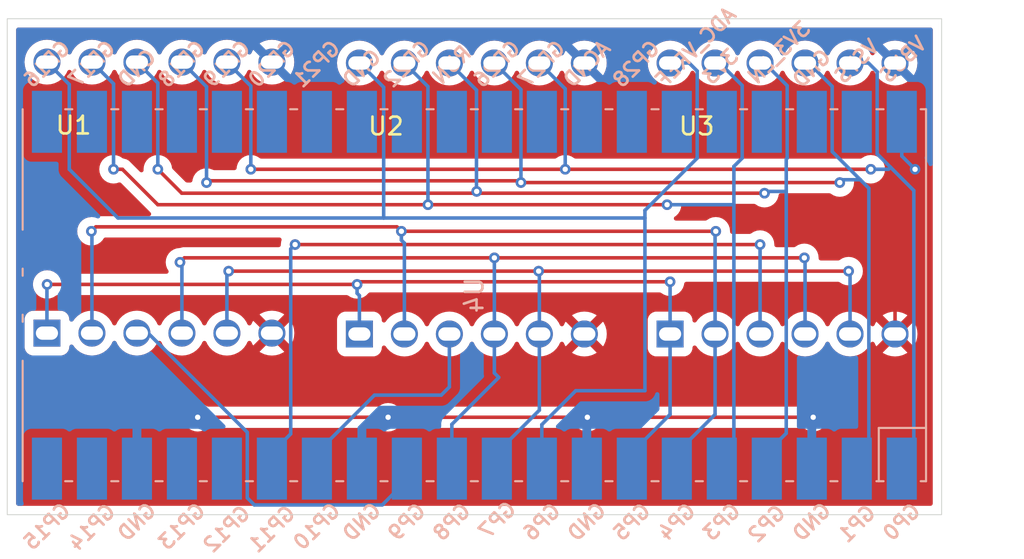
<source format=kicad_pcb>
(kicad_pcb (version 20240108) (generator "pcbnew") (generator_version "8.0")
  (layers (0 "F.Cu" signal) (31 "B.Cu" signal) (34 "B.Paste" user) (35 "F.Paste" user) (36 "B.SilkS" user "B.Silkscreen") (37 "F.SilkS" user "F.Silkscreen") (38 "B.Mask" user) (39 "F.Mask" user) (44 "Edge.Cuts" user))
  (net 0 "")
  (net 1 "GND")
  (net 2 "VCC")
  (net 3 "/D6")
  (net 4 "/D4")
  (net 5 "/D3")
  (net 6 "/A0")
  (net 7 "/WR0")
  (net 8 "/D1")
  (net 9 "/A1")
  (net 10 "/D5")
  (net 11 "/D2")
  (net 12 "/D0")
  (net 13 "/WR1")
  (net 14 "/WR2")
  (footprint "DL1414:HPDLDL-1414" (layer "F.Cu") (at 131.34 90.25)
    (property "Reference" "U1" (at 3.9 -11.73 0) (layer "F.SilkS"))
    (property "Value" "HPDL1414")
    (pad "1" thru_hole rect (at 2.4 0) (size 1.524 1.524) (drill oval 1.25 0.75) (layers "*.Cu" "*.Mask") (net 10 "/D5"))
    (pad "2" thru_hole circle (at 4.94 0) (size 1.524 1.524) (drill oval 1.25 0.75) (layers "*.Cu" "*.Mask") (net 4 "/D4"))
    (pad "3" thru_hole circle (at 7.48 0) (size 1.524 1.524) (drill oval 1.25 0.75) (layers "*.Cu" "*.Mask") (net 7 "/WR0"))
    (pad "4" thru_hole circle (at 10.02 0) (size 1.524 1.524) (drill oval 1.25 0.75) (layers "*.Cu" "*.Mask") (net 9 "/A1"))
    (pad "5" thru_hole circle (at 12.56 0) (size 1.524 1.524) (drill oval 1.25 0.75) (layers "*.Cu" "*.Mask") (net 6 "/A0"))
    (pad "6" thru_hole circle (at 15.1 0) (size 1.524 1.524) (drill oval 1.25 0.75) (layers "*.Cu" "*.Mask") (net 2 "VCC"))
    (pad "7" thru_hole circle (at 15.1 -15.3 180) (size 1.524 1.524) (drill oval 1.25 0.75) (layers "*.Cu" "*.Mask") (net 1 "GND"))
    (pad "8" thru_hole circle (at 12.56 -15.3 180) (size 1.524 1.524) (drill oval 1.25 0.75) (layers "*.Cu" "*.Mask") (net 12 "/D0"))
    (pad "9" thru_hole circle (at 10.02 -15.3 180) (size 1.524 1.524) (drill oval 1.25 0.75) (layers "*.Cu" "*.Mask") (net 8 "/D1"))
    (pad "10" thru_hole circle (at 7.48 -15.3 180) (size 1.524 1.524) (drill oval 1.25 0.75) (layers "*.Cu" "*.Mask") (net 11 "/D2"))
    (pad "11" thru_hole circle (at 4.94 -15.3 180) (size 1.524 1.524) (drill oval 1.25 0.75) (layers "*.Cu" "*.Mask") (net 5 "/D3"))
    (pad "12" thru_hole circle (at 2.4 -15.3 180) (size 1.524 1.524) (drill oval 1.25 0.75) (layers "*.Cu" "*.Mask") (net 3 "/D6"))
  )
  (footprint "DL1414:HPDLDL-1414" (layer "F.Cu") (at 166.52 90.3)
    (property "Reference" "U3" (at 3.9 -11.73 0) (layer "F.SilkS"))
    (property "Value" "HPDL1414")
    (pad "1" thru_hole rect (at 2.4 0) (size 1.524 1.524) (drill oval 1.25 0.75) (layers "*.Cu" "*.Mask") (net 10 "/D5"))
    (pad "2" thru_hole circle (at 4.94 0) (size 1.524 1.524) (drill oval 1.25 0.75) (layers "*.Cu" "*.Mask") (net 4 "/D4"))
    (pad "3" thru_hole circle (at 7.48 0) (size 1.524 1.524) (drill oval 1.25 0.75) (layers "*.Cu" "*.Mask") (net 14 "/WR2"))
    (pad "4" thru_hole circle (at 10.02 0) (size 1.524 1.524) (drill oval 1.25 0.75) (layers "*.Cu" "*.Mask") (net 9 "/A1"))
    (pad "5" thru_hole circle (at 12.56 0) (size 1.524 1.524) (drill oval 1.25 0.75) (layers "*.Cu" "*.Mask") (net 6 "/A0"))
    (pad "6" thru_hole circle (at 15.1 0) (size 1.524 1.524) (drill oval 1.25 0.75) (layers "*.Cu" "*.Mask") (net 2 "VCC"))
    (pad "7" thru_hole circle (at 15.1 -15.3 180) (size 1.524 1.524) (drill oval 1.25 0.75) (layers "*.Cu" "*.Mask") (net 1 "GND"))
    (pad "8" thru_hole circle (at 12.56 -15.3 180) (size 1.524 1.524) (drill oval 1.25 0.75) (layers "*.Cu" "*.Mask") (net 12 "/D0"))
    (pad "9" thru_hole circle (at 10.02 -15.3 180) (size 1.524 1.524) (drill oval 1.25 0.75) (layers "*.Cu" "*.Mask") (net 8 "/D1"))
    (pad "10" thru_hole circle (at 7.48 -15.3 180) (size 1.524 1.524) (drill oval 1.25 0.75) (layers "*.Cu" "*.Mask") (net 11 "/D2"))
    (pad "11" thru_hole circle (at 4.94 -15.3 180) (size 1.524 1.524) (drill oval 1.25 0.75) (layers "*.Cu" "*.Mask") (net 5 "/D3"))
    (pad "12" thru_hole circle (at 2.4 -15.3 180) (size 1.524 1.524) (drill oval 1.25 0.75) (layers "*.Cu" "*.Mask") (net 3 "/D6"))
  )
  (footprint "DL1414:HPDLDL-1414" (layer "F.Cu") (at 148.98 90.3)
    (property "Reference" "U2" (at 3.9 -11.73 0) (layer "F.SilkS"))
    (property "Value" "HPDL1414")
    (pad "1" thru_hole rect (at 2.4 0) (size 1.524 1.524) (drill oval 1.25 0.75) (layers "*.Cu" "*.Mask") (net 10 "/D5"))
    (pad "2" thru_hole circle (at 4.94 0) (size 1.524 1.524) (drill oval 1.25 0.75) (layers "*.Cu" "*.Mask") (net 4 "/D4"))
    (pad "3" thru_hole circle (at 7.48 0) (size 1.524 1.524) (drill oval 1.25 0.75) (layers "*.Cu" "*.Mask") (net 13 "/WR1"))
    (pad "4" thru_hole circle (at 10.02 0) (size 1.524 1.524) (drill oval 1.25 0.75) (layers "*.Cu" "*.Mask") (net 9 "/A1"))
    (pad "5" thru_hole circle (at 12.56 0) (size 1.524 1.524) (drill oval 1.25 0.75) (layers "*.Cu" "*.Mask") (net 6 "/A0"))
    (pad "6" thru_hole circle (at 15.1 0) (size 1.524 1.524) (drill oval 1.25 0.75) (layers "*.Cu" "*.Mask") (net 2 "VCC"))
    (pad "7" thru_hole circle (at 15.1 -15.3 180) (size 1.524 1.524) (drill oval 1.25 0.75) (layers "*.Cu" "*.Mask") (net 1 "GND"))
    (pad "8" thru_hole circle (at 12.56 -15.3 180) (size 1.524 1.524) (drill oval 1.25 0.75) (layers "*.Cu" "*.Mask") (net 12 "/D0"))
    (pad "9" thru_hole circle (at 10.02 -15.3 180) (size 1.524 1.524) (drill oval 1.25 0.75) (layers "*.Cu" "*.Mask") (net 8 "/D1"))
    (pad "10" thru_hole circle (at 7.48 -15.3 180) (size 1.524 1.524) (drill oval 1.25 0.75) (layers "*.Cu" "*.Mask") (net 11 "/D2"))
    (pad "11" thru_hole circle (at 4.94 -15.3 180) (size 1.524 1.524) (drill oval 1.25 0.75) (layers "*.Cu" "*.Mask") (net 5 "/D3"))
    (pad "12" thru_hole circle (at 2.4 -15.3 180) (size 1.524 1.524) (drill oval 1.25 0.75) (layers "*.Cu" "*.Mask") (net 3 "/D6"))
  )
  (footprint "MCU_RaspberryPi_and_Boards:RPi_Pico_SMD_TH" (layer "B.Cu") (at 157.87 88.11 90)
    (property "Reference" "U4" (at 0 0 -90) (layer "B.SilkS") (effects (justify mirror)))
    (property "Value" "Pico")
    (fp_line (start 3.7 -25.5) (end 10.5 -25.5) (stroke (width 0.12)) (layer "B.SilkS"))
    (fp_line (start 1.5 -25.5) (end 1.1 -25.5) (stroke (width 0.12)) (layer "B.SilkS"))
    (fp_line (start -1.1 -25.5) (end -1.5 -25.5) (stroke (width 0.12)) (layer "B.SilkS"))
    (fp_line (start -10.5 -25.5) (end -3.7 -25.5) (stroke (width 0.12)) (layer "B.SilkS"))
    (fp_line (start 10.5 -23.1) (end 10.5 -22.7) (stroke (width 0.12)) (layer "B.SilkS"))
    (fp_line (start -10.5 -23.1) (end -10.5 -22.7) (stroke (width 0.12)) (layer "B.SilkS"))
    (fp_line (start 10.5 -20.5) (end 10.5 -20.1) (stroke (width 0.12)) (layer "B.SilkS"))
    (fp_line (start -10.5 -20.5) (end -10.5 -20.1) (stroke (width 0.12)) (layer "B.SilkS"))
    (fp_line (start 10.5 -18) (end 10.5 -17.6) (stroke (width 0.12)) (layer "B.SilkS"))
    (fp_line (start -10.5 -18) (end -10.5 -17.6) (stroke (width 0.12)) (layer "B.SilkS"))
    (fp_line (start 10.5 -15.5) (end 10.5 -15.1) (stroke (width 0.12)) (layer "B.SilkS"))
    (fp_line (start -10.5 -15.5) (end -10.5 -15.1) (stroke (width 0.12)) (layer "B.SilkS"))
    (fp_line (start 10.5 -12.9) (end 10.5 -12.5) (stroke (width 0.12)) (layer "B.SilkS"))
    (fp_line (start -10.5 -12.9) (end -10.5 -12.5) (stroke (width 0.12)) (layer "B.SilkS"))
    (fp_line (start 10.5 -10.4) (end 10.5 -10) (stroke (width 0.12)) (layer "B.SilkS"))
    (fp_line (start -10.5 -10.4) (end -10.5 -10) (stroke (width 0.12)) (layer "B.SilkS"))
    (fp_line (start 10.5 -7.8) (end 10.5 -7.4) (stroke (width 0.12)) (layer "B.SilkS"))
    (fp_line (start -10.5 -7.8) (end -10.5 -7.4) (stroke (width 0.12)) (layer "B.SilkS"))
    (fp_line (start 10.5 -5.3) (end 10.5 -4.9) (stroke (width 0.12)) (layer "B.SilkS"))
    (fp_line (start -10.5 -5.3) (end -10.5 -4.9) (stroke (width 0.12)) (layer "B.SilkS"))
    (fp_line (start 10.5 -2.7) (end 10.5 -2.3) (stroke (width 0.12)) (layer "B.SilkS"))
    (fp_line (start -10.5 -2.7) (end -10.5 -2.3) (stroke (width 0.12)) (layer "B.SilkS"))
    (fp_line (start 10.5 -0.2) (end 10.5 0.2) (stroke (width 0.12)) (layer "B.SilkS"))
    (fp_line (start -10.5 -0.2) (end -10.5 0.2) (stroke (width 0.12)) (layer "B.SilkS"))
    (fp_line (start 10.5 2.3) (end 10.5 2.7) (stroke (width 0.12)) (layer "B.SilkS"))
    (fp_line (start -10.5 2.3) (end -10.5 2.7) (stroke (width 0.12)) (layer "B.SilkS"))
    (fp_line (start 10.5 4.9) (end 10.5 5.3) (stroke (width 0.12)) (layer "B.SilkS"))
    (fp_line (start -10.5 4.9) (end -10.5 5.3) (stroke (width 0.12)) (layer "B.SilkS"))
    (fp_line (start 10.5 7.4) (end 10.5 7.8) (stroke (width 0.12)) (layer "B.SilkS"))
    (fp_line (start -10.5 7.4) (end -10.5 7.8) (stroke (width 0.12)) (layer "B.SilkS"))
    (fp_line (start 10.5 10) (end 10.5 10.4) (stroke (width 0.12)) (layer "B.SilkS"))
    (fp_line (start -10.5 10) (end -10.5 10.4) (stroke (width 0.12)) (layer "B.SilkS"))
    (fp_line (start 10.5 12.5) (end 10.5 12.9) (stroke (width 0.12)) (layer "B.SilkS"))
    (fp_line (start -10.5 12.5) (end -10.5 12.9) (stroke (width 0.12)) (layer "B.SilkS"))
    (fp_line (start 10.5 15) (end 10.5 15.4) (stroke (width 0.12)) (layer "B.SilkS"))
    (fp_line (start -10.5 15) (end -10.5 15.4) (stroke (width 0.12)) (layer "B.SilkS"))
    (fp_line (start 10.5 17.6) (end 10.5 18) (stroke (width 0.12)) (layer "B.SilkS"))
    (fp_line (start -10.5 17.6) (end -10.5 18) (stroke (width 0.12)) (layer "B.SilkS"))
    (fp_line (start 10.5 20.1) (end 10.5 20.5) (stroke (width 0.12)) (layer "B.SilkS"))
    (fp_line (start -10.5 20.1) (end -10.5 20.5) (stroke (width 0.12)) (layer "B.SilkS"))
    (fp_line (start 10.5 22.7) (end 10.5 23.1) (stroke (width 0.12)) (layer "B.SilkS"))
    (fp_line (start -10.5 22.7) (end -10.5 23.1) (stroke (width 0.12)) (layer "B.SilkS"))
    (fp_line (start -7.493 22.833) (end -10.5 22.833) (stroke (width 0.12)) (layer "B.SilkS"))
    (fp_line (start 10.5 25.2) (end 10.5 25.5) (stroke (width 0.12)) (layer "B.SilkS"))
    (fp_line (start -10.5 25.2) (end -10.5 25.5) (stroke (width 0.12)) (layer "B.SilkS"))
    (fp_line (start 10.5 25.5) (end -10.5 25.5) (stroke (width 0.12)) (layer "B.SilkS"))
    (fp_line (start -7.493 25.5) (end -7.493 22.833) (stroke (width 0.12)) (layer "B.SilkS"))
    (fp_text user "GP6" (at -12.8 3.81 45) (layer "B.SilkS") (effects (font (size 0.8 0.8)) (justify mirror)))
    (fp_text user "GND" (at 12.8 -6.35 45) (layer "B.SilkS") (effects (font (size 0.8 0.8)) (justify mirror)))
    (fp_text user "GP16" (at 13.054 -24.13 45) (layer "B.SilkS") (effects (font (size 0.8 0.8)) (justify mirror)))
    (fp_text user "GP17" (at 13.054 -21.59 45) (layer "B.SilkS") (effects (font (size 0.8 0.8)) (justify mirror)))
    (fp_text user "GP21" (at 13.054 -8.9 45) (layer "B.SilkS") (effects (font (size 0.8 0.8)) (justify mirror)))
    (fp_text user "GND" (at -12.8 6.35 45) (layer "B.SilkS") (effects (font (size 0.8 0.8)) (justify mirror)))
    (fp_text user "GP3" (at -12.8 13.97 45) (layer "B.SilkS") (effects (font (size 0.8 0.8)) (justify mirror)))
    (fp_text user "GP27" (at 13.054 3.8 45) (layer "B.SilkS") (effects (font (size 0.8 0.8)) (justify mirror)))
    (fp_text user "GP13" (at -13.054 -16.51 45) (layer "B.SilkS") (effects (font (size 0.8 0.8)) (justify mirror)))
    (fp_text user "GP22" (at 13.054 -3.81 45) (layer "B.SilkS") (effects (font (size 0.8 0.8)) (justify mirror)))
    (fp_text user "GND" (at 12.8 -19.05 45) (layer "B.SilkS") (effects (font (size 0.8 0.8)) (justify mirror)))
    (fp_text user "GP5" (at -12.8 8.89 45) (layer "B.SilkS") (effects (font (size 0.8 0.8)) (justify mirror)))
    (fp_text user "GP18" (at 13.054 -16.51 45) (layer "B.SilkS") (effects (font (size 0.8 0.8)) (justify mirror)))
    (fp_text user "GND" (at -12.8 19.05 45) (layer "B.SilkS") (effects (font (size 0.8 0.8)) (justify mirror)))
    (fp_text user "GP2" (at -12.9 16.51 45) (layer "B.SilkS") (effects (font (size 0.8 0.8)) (justify mirror)))
    (fp_text user "GP0" (at -12.8 24.13 45) (layer "B.SilkS") (effects (font (size 0.8 0.8)) (justify mirror)))
    (fp_text user "GND" (at -12.8 -19.05 45) (layer "B.SilkS") (effects (font (size 0.8 0.8)) (justify mirror)))
    (fp_text user "GP4" (at -12.8 11.43 45) (layer "B.SilkS") (effects (font (size 0.8 0.8)) (justify mirror)))
    (fp_text user "GP12" (at -13.2 -13.97 45) (layer "B.SilkS") (effects (font (size 0.8 0.8)) (justify mirror)))
    (fp_text user "AGND" (at 13.054 6.35 45) (layer "B.SilkS") (effects (font (size 0.8 0.8)) (justify mirror)))
    (fp_text user "RUN" (at 13 -1.27 45) (layer "B.SilkS") (effects (font (size 0.8 0.8)) (justify mirror)))
    (fp_text user "GP26" (at 13.054 1.27 45) (layer "B.SilkS") (effects (font (size 0.8 0.8)) (justify mirror)))
    (fp_text user "GND" (at 12.8 19.05 45) (layer "B.SilkS") (effects (font (size 0.8 0.8)) (justify mirror)))
    (fp_text user "GP14" (at -13.1 -21.59 45) (layer "B.SilkS") (effects (font (size 0.8 0.8)) (justify mirror)))
    (fp_text user "GP11" (at -13.2 -11.43 45) (layer "B.SilkS") (effects (font (size 0.8 0.8)) (justify mirror)))
    (fp_text user "GP8" (at -12.8 -1.27 45) (layer "B.SilkS") (effects (font (size 0.8 0.8)) (justify mirror)))
    (fp_text user "GP20" (at 13.054 -11.43 45) (layer "B.SilkS") (effects (font (size 0.8 0.8)) (justify mirror)))
    (fp_text user "GP19" (at 13.054 -13.97 45) (layer "B.SilkS") (effects (font (size 0.8 0.8)) (justify mirror)))
    (fp_text user "ADC_VREF" (at 14 12.5 45) (layer "B.SilkS") (effects (font (size 0.8 0.8)) (justify mirror)))
    (fp_text user "GP7" (at -12.7 1.3 45) (layer "B.SilkS") (effects (font (size 0.8 0.8)) (justify mirror)))
    (fp_text user "VSYS" (at 13.2 21.59 45) (layer "B.SilkS") (effects (font (size 0.8 0.8)) (justify mirror)))
    (fp_text user "VBUS" (at 13.3 24.2 45) (layer "B.SilkS") (effects (font (size 0.8 0.8)) (justify mirror)))
    (fp_text user "GP15" (at -13.054 -24.13 45) (layer "B.SilkS") (effects (font (size 0.8 0.8)) (justify mirror)))
    (fp_text user "GP9" (at -12.8 -3.81 45) (layer "B.SilkS") (effects (font (size 0.8 0.8)) (justify mirror)))
    (fp_text user "GP1" (at -12.9 21.6 45) (layer "B.SilkS") (effects (font (size 0.8 0.8)) (justify mirror)))
    (fp_text user "GND" (at -12.8 -6.35 45) (layer "B.SilkS") (effects (font (size 0.8 0.8)) (justify mirror)))
    (fp_text user "GP28" (at 13.054 9.144 45) (layer "B.SilkS") (effects (font (size 0.8 0.8)) (justify mirror)))
    (fp_text user "3V3" (at 12.9 13.9 45) (layer "B.SilkS") (effects (font (size 0.8 0.8)) (justify mirror)))
    (fp_text user "3V3_EN" (at 13.7 17.2 45) (layer "B.SilkS") (effects (font (size 0.8 0.8)) (justify mirror)))
    (fp_text user "GP10" (at -13.054 -8.89 45) (layer "B.SilkS") (effects (font (size 0.8 0.8)) (justify mirror)))
    (pad "1" smd rect (at -8.89 24.13 90) (size 3.5 1.7) (drill (offset -0.9 0)) (layers "B.Cu" "B.Mask") (net 12 "/D0"))
    (pad "2" smd rect (at -8.89 21.59 90) (size 3.5 1.7) (drill (offset -0.9 0)) (layers "B.Cu" "B.Mask") (net 8 "/D1"))
    (pad "3" smd rect (at -8.89 19.05 90) (size 3.5 1.7) (drill (offset -0.9 0)) (layers "B.Cu" "B.Mask") (net 1 "GND"))
    (pad "4" smd rect (at -8.89 16.51 90) (size 3.5 1.7) (drill (offset -0.9 0)) (layers "B.Cu" "B.Mask") (net 11 "/D2"))
    (pad "5" smd rect (at -8.89 13.97 90) (size 3.5 1.7) (drill (offset -0.9 0)) (layers "B.Cu" "B.Mask") (net 5 "/D3"))
    (pad "6" smd rect (at -8.89 11.43 90) (size 3.5 1.7) (drill (offset -0.9 0)) (layers "B.Cu" "B.Mask") (net 4 "/D4"))
    (pad "7" smd rect (at -8.89 8.89 90) (size 3.5 1.7) (drill (offset -0.9 0)) (layers "B.Cu" "B.Mask") (net 10 "/D5"))
    (pad "8" smd rect (at -8.89 6.35 90) (size 3.5 1.7) (drill (offset -0.9 0)) (layers "B.Cu" "B.Mask") (net 1 "GND"))
    (pad "9" smd rect (at -8.89 3.81 90) (size 3.5 1.7) (drill (offset -0.9 0)) (layers "B.Cu" "B.Mask") (net 3 "/D6"))
    (pad "10" smd rect (at -8.89 1.27 90) (size 3.5 1.7) (drill (offset -0.9 0)) (layers "B.Cu" "B.Mask") (net 6 "/A0"))
    (pad "11" smd rect (at -8.89 -1.27 90) (size 3.5 1.7) (drill (offset -0.9 0)) (layers "B.Cu" "B.Mask") (net 9 "/A1"))
    (pad "12" smd rect (at -8.89 -3.81 90) (size 3.5 1.7) (drill (offset -0.9 0)) (layers "B.Cu" "B.Mask") (net 7 "/WR0"))
    (pad "13" smd rect (at -8.89 -6.35 90) (size 3.5 1.7) (drill (offset -0.9 0)) (layers "B.Cu" "B.Mask") (net 1 "GND"))
    (pad "14" smd rect (at -8.89 -8.89 90) (size 3.5 1.7) (drill (offset -0.9 0)) (layers "B.Cu" "B.Mask") (net 13 "/WR1"))
    (pad "15" smd rect (at -8.89 -11.43 90) (size 3.5 1.7) (drill (offset -0.9 0)) (layers "B.Cu" "B.Mask") (net 14 "/WR2"))
    (pad "16" smd rect (at -8.89 -13.97 90) (size 3.5 1.7) (drill (offset -0.9 0)) (layers "B.Cu" "B.Mask"))
    (pad "17" smd rect (at -8.89 -16.51 90) (size 3.5 1.7) (drill (offset -0.9 0)) (layers "B.Cu" "B.Mask"))
    (pad "18" smd rect (at -8.89 -19.05 90) (size 3.5 1.7) (drill (offset -0.9 0)) (layers "B.Cu" "B.Mask") (net 1 "GND"))
    (pad "19" smd rect (at -8.89 -21.59 90) (size 3.5 1.7) (drill (offset -0.9 0)) (layers "B.Cu" "B.Mask"))
    (pad "20" smd rect (at -8.89 -24.13 90) (size 3.5 1.7) (drill (offset -0.9 0)) (layers "B.Cu" "B.Mask"))
    (pad "21" smd rect (at 8.89 -24.13 90) (size 3.5 1.7) (drill (offset 0.9 0)) (layers "B.Cu" "B.Mask"))
    (pad "22" smd rect (at 8.89 -21.59 90) (size 3.5 1.7) (drill (offset 0.9 0)) (layers "B.Cu" "B.Mask"))
    (pad "23" smd rect (at 8.89 -19.05 90) (size 3.5 1.7) (drill (offset 0.9 0)) (layers "B.Cu" "B.Mask"))
    (pad "24" smd rect (at 8.89 -16.51 90) (size 3.5 1.7) (drill (offset 0.9 0)) (layers "B.Cu" "B.Mask"))
    (pad "25" smd rect (at 8.89 -13.97 90) (size 3.5 1.7) (drill (offset 0.9 0)) (layers "B.Cu" "B.Mask"))
    (pad "26" smd rect (at 8.89 -11.43 90) (size 3.5 1.7) (drill (offset 0.9 0)) (layers "B.Cu" "B.Mask"))
    (pad "27" smd rect (at 8.89 -8.89 90) (size 3.5 1.7) (drill (offset 0.9 0)) (layers "B.Cu" "B.Mask"))
    (pad "28" smd rect (at 8.89 -6.35 90) (size 3.5 1.7) (drill (offset 0.9 0)) (layers "B.Cu" "B.Mask"))
    (pad "29" smd rect (at 8.89 -3.81 90) (size 3.5 1.7) (drill (offset 0.9 0)) (layers "B.Cu" "B.Mask"))
    (pad "30" smd rect (at 8.89 -1.27 90) (size 3.5 1.7) (drill (offset 0.9 0)) (layers "B.Cu" "B.Mask"))
    (pad "31" smd rect (at 8.89 1.27 90) (size 3.5 1.7) (drill (offset 0.9 0)) (layers "B.Cu" "B.Mask"))
    (pad "32" smd rect (at 8.89 3.81 90) (size 3.5 1.7) (drill (offset 0.9 0)) (layers "B.Cu" "B.Mask"))
    (pad "33" smd rect (at 8.89 6.35 90) (size 3.5 1.7) (drill (offset 0.9 0)) (layers "B.Cu" "B.Mask"))
    (pad "34" smd rect (at 8.89 8.89 90) (size 3.5 1.7) (drill (offset 0.9 0)) (layers "B.Cu" "B.Mask"))
    (pad "35" smd rect (at 8.89 11.43 90) (size 3.5 1.7) (drill (offset 0.9 0)) (layers "B.Cu" "B.Mask"))
    (pad "36" smd rect (at 8.89 13.97 90) (size 3.5 1.7) (drill (offset 0.9 0)) (layers "B.Cu" "B.Mask"))
    (pad "37" smd rect (at 8.89 16.51 90) (size 3.5 1.7) (drill (offset 0.9 0)) (layers "B.Cu" "B.Mask"))
    (pad "38" smd rect (at 8.89 19.05 90) (size 3.5 1.7) (drill (offset 0.9 0)) (layers "B.Cu" "B.Mask"))
    (pad "39" smd rect (at 8.89 21.59 90) (size 3.5 1.7) (drill (offset 0.9 0)) (layers "B.Cu" "B.Mask"))
    (pad "40" smd rect (at 8.89 24.13 90) (size 3.5 1.7) (drill (offset 0.9 0)) (layers "B.Cu" "B.Mask") (net 2 "VCC"))
  )
  (gr_rect (start 131.5 72.5) (end 184.25 100.5) (stroke (width 0.05)) (fill none) (layer "Edge.Cuts"))
  (segment (start 153 95) (end 164.25 95) (width 0.2) (layer "F.Cu") (net 1))
  (segment (start 164.25 95) (end 177 95) (width 0.2) (layer "F.Cu") (net 1))
  (segment (start 142.25 95) (end 153 95) (width 0.2) (layer "F.Cu") (net 1))
  (via (at 177 95) (size 0.6) (drill 0.3) (layers "F.Cu" "B.Cu") (net 1))
  (via (at 164.25 95) (size 0.6) (drill 0.3) (layers "F.Cu" "B.Cu") (net 1))
  (via (at 153 95) (size 0.6) (drill 0.3) (layers "F.Cu" "B.Cu") (net 1))
  (via (at 142.25 95) (size 0.6) (drill 0.3) (layers "F.Cu" "B.Cu") (net 1))
  (segment (start 182.75 81) (end 181.62 82.13) (width 0.2) (layer "F.Cu") (net 2))
  (segment (start 181.62 82.13) (end 181.62 90.3) (width 0.2) (layer "F.Cu") (net 2))
  (via (at 182.75 81) (size 0.6) (drill 0.3) (layers "F.Cu" "B.Cu") (net 2))
  (segment (start 182 79.22) (end 182 80.25) (width 0.2) (layer "B.Cu") (net 2))
  (segment (start 182 80.25) (end 182.75 81) (width 0.2) (layer "B.Cu") (net 2))
  (segment (start 152.75 76.37) (end 151.38 75) (width 0.2) (layer "B.Cu") (net 3))
  (segment (start 167.5 83.75) (end 152.75 83.75) (width 0.2) (layer "B.Cu") (net 3))
  (segment (start 152.75 83.75) (end 137.75 83.75) (width 0.2) (layer "B.Cu") (net 3))
  (segment (start 135 76.21) (end 133.74 74.95) (width 0.2) (layer "B.Cu") (net 3))
  (segment (start 163.596 93.5) (end 167.5 93.5) (width 0.2) (layer "B.Cu") (net 3))
  (segment (start 170.45 80.37) (end 170.45 75.45237) (width 0.2) (layer "B.Cu") (net 3))
  (segment (start 167.5 93.5) (end 167.5 83.75) (width 0.2) (layer "B.Cu") (net 3))
  (segment (start 135 81) (end 135 76.21) (width 0.2) (layer "B.Cu") (net 3))
  (segment (start 161.68 97) (end 161.68 95.416) (width 0.2) (layer "B.Cu") (net 3))
  (segment (start 161.68 95.416) (end 163.596 93.5) (width 0.2) (layer "B.Cu") (net 3))
  (segment (start 169.99763 75) (end 168.92 75) (width 0.2) (layer "B.Cu") (net 3))
  (segment (start 167.5 83.32) (end 170.45 80.37) (width 0.2) (layer "B.Cu") (net 3))
  (segment (start 167.5 83.75) (end 167.5 83.32) (width 0.2) (layer "B.Cu") (net 3))
  (segment (start 152.75 83.75) (end 152.75 76.37) (width 0.2) (layer "B.Cu") (net 3))
  (segment (start 170.45 75.45237) (end 169.99763 75) (width 0.2) (layer "B.Cu") (net 3))
  (segment (start 137.75 83.75) (end 135 81) (width 0.2) (layer "B.Cu") (net 3))
  (segment (start 136.5 84.25) (end 136.25 84.5) (width 0.2) (layer "F.Cu") (net 4))
  (segment (start 153.75 84.5) (end 153.5 84.25) (width 0.2) (layer "F.Cu") (net 4))
  (segment (start 171.5 84.5) (end 153.75 84.5) (width 0.2) (layer "F.Cu") (net 4))
  (segment (start 153.5 84.25) (end 136.5 84.25) (width 0.2) (layer "F.Cu") (net 4))
  (via (at 171.5 84.5) (size 0.6) (drill 0.3) (layers "F.Cu" "B.Cu") (net 4))
  (via (at 153.75 84.5) (size 0.6) (drill 0.3) (layers "F.Cu" "B.Cu") (net 4))
  (via (at 136.25 84.5) (size 0.6) (drill 0.3) (layers "F.Cu" "B.Cu") (net 4))
  (segment (start 136.28 84.53) (end 136.28 90.25) (width 0.2) (layer "B.Cu") (net 4))
  (segment (start 171.46 90.3) (end 171.46 84.54) (width 0.2) (layer "B.Cu") (net 4))
  (segment (start 171.46 94.84) (end 171.46 90.3) (width 0.2) (layer "B.Cu") (net 4))
  (segment (start 171.46 84.54) (end 171.5 84.5) (width 0.2) (layer "B.Cu") (net 4))
  (segment (start 153.92 85.17) (end 153.92 90.3) (width 0.2) (layer "B.Cu") (net 4))
  (segment (start 153.75 85) (end 153.92 85.17) (width 0.2) (layer "B.Cu") (net 4))
  (segment (start 169.3 97) (end 171.46 94.84) (width 0.2) (layer "B.Cu") (net 4))
  (segment (start 136.25 84.5) (end 136.28 84.53) (width 0.2) (layer "B.Cu") (net 4))
  (segment (start 153.75 84.5) (end 153.75 85) (width 0.2) (layer "B.Cu") (net 4))
  (segment (start 137.5 81) (end 138 81) (width 0.2) (layer "F.Cu") (net 5))
  (segment (start 168.75 83) (end 155.25 83) (width 0.2) (layer "F.Cu") (net 5))
  (segment (start 138 81) (end 140 83) (width 0.2) (layer "F.Cu") (net 5))
  (segment (start 140 83) (end 155.25 83) (width 0.2) (layer "F.Cu") (net 5))
  (via (at 168.75 83) (size 0.6) (drill 0.3) (layers "F.Cu" "B.Cu") (net 5))
  (via (at 137.5 81) (size 0.6) (drill 0.3) (layers "F.Cu" "B.Cu") (net 5))
  (via (at 155.25 83) (size 0.6) (drill 0.3) (layers "F.Cu" "B.Cu") (net 5))
  (segment (start 137.5 81) (end 137.5 76.17) (width 0.2) (layer "B.Cu") (net 5))
  (segment (start 155.25 76.33) (end 153.92 75) (width 0.2) (layer "B.Cu") (net 5))
  (segment (start 155.25 83) (end 155.25 76.33) (width 0.2) (layer "B.Cu") (net 5))
  (segment (start 172.99 76.27) (end 171.72 75) (width 0.2) (layer "B.Cu") (net 5))
  (segment (start 172.522 80.838) (end 172.99 80.37) (width 0.2) (layer "B.Cu") (net 5))
  (segment (start 172.522 83) (end 172.522 80.838) (width 0.2) (layer "B.Cu") (net 5))
  (segment (start 171.72 75) (end 171.46 75) (width 0.2) (layer "B.Cu") (net 5))
  (segment (start 137.5 76.17) (end 136.28 74.95) (width 0.2) (layer "B.Cu") (net 5))
  (segment (start 172.522 83) (end 168.75 83) (width 0.2) (layer "B.Cu") (net 5))
  (segment (start 172.99 80.37) (end 172.99 76.27) (width 0.2) (layer "B.Cu") (net 5))
  (segment (start 172.522 96.318) (end 172.522 83) (width 0.2) (layer "B.Cu") (net 5))
  (segment (start 171.84 97) (end 172.522 96.318) (width 0.2) (layer "B.Cu") (net 5))
  (segment (start 179 86.75) (end 161.5 86.75) (width 0.2) (layer "F.Cu") (net 6))
  (segment (start 161.5 86.75) (end 144 86.75) (width 0.2) (layer "F.Cu") (net 6))
  (via (at 144 86.75) (size 0.6) (drill 0.3) (layers "F.Cu" "B.Cu") (net 6))
  (via (at 161.5 86.75) (size 0.6) (drill 0.3) (layers "F.Cu" "B.Cu") (net 6))
  (via (at 179 86.75) (size 0.6) (drill 0.3) (layers "F.Cu" "B.Cu") (net 6))
  (segment (start 143.9 86.85) (end 144 86.75) (width 0.2) (layer "B.Cu") (net 6))
  (segment (start 179.08 86.83) (end 179 86.75) (width 0.2) (layer "B.Cu") (net 6))
  (segment (start 179.08 90.3) (end 179.08 86.83) (width 0.2) (layer "B.Cu") (net 6))
  (segment (start 161.54 86.79) (end 161.54 90.3) (width 0.2) (layer "B.Cu") (net 6))
  (segment (start 161.5 86.75) (end 161.54 86.79) (width 0.2) (layer "B.Cu") (net 6))
  (segment (start 159.14 97) (end 161.54 94.6) (width 0.2) (layer "B.Cu") (net 6))
  (segment (start 143.9 90.25) (end 143.9 86.85) (width 0.2) (layer "B.Cu") (net 6))
  (segment (start 161.54 94.6) (end 161.54 90.3) (width 0.2) (layer "B.Cu") (net 6))
  (segment (start 145.45 99.95) (end 145.05 99.55) (width 0.2) (layer "B.Cu") (net 7))
  (segment (start 139.45 90.25) (end 138.82 90.25) (width 0.2) (layer "B.Cu") (net 7))
  (segment (start 154.06 97) (end 154.06 98.56) (width 0.2) (layer "B.Cu") (net 7))
  (segment (start 152.67 99.95) (end 145.45 99.95) (width 0.2) (layer "B.Cu") (net 7))
  (segment (start 154.06 98.56) (end 152.67 99.95) (width 0.2) (layer "B.Cu") (net 7))
  (segment (start 145.05 95.85) (end 139.45 90.25) (width 0.2) (layer "B.Cu") (net 7))
  (segment (start 145.05 99.55) (end 145.05 95.85) (width 0.2) (layer "B.Cu") (net 7))
  (segment (start 142.85 81.65) (end 142.75 81.75) (width 0.2) (layer "F.Cu") (net 8))
  (segment (start 160.5 81.75) (end 160.4 81.65) (width 0.2) (layer "F.Cu") (net 8))
  (segment (start 178.5 81.75) (end 160.5 81.75) (width 0.2) (layer "F.Cu") (net 8))
  (segment (start 160.4 81.65) (end 142.85 81.65) (width 0.2) (layer "F.Cu") (net 8))
  (via (at 178.5 81.75) (size 0.6) (drill 0.3) (layers "F.Cu" "B.Cu") (net 8))
  (via (at 142.75 81.75) (size 0.6) (drill 0.3) (layers "F.Cu" "B.Cu") (net 8))
  (via (at 160.5 81.75) (size 0.6) (drill 0.3) (layers "F.Cu" "B.Cu") (net 8))
  (segment (start 176.75 75) (end 176.54 75) (width 0.2) (layer "B.Cu") (net 8))
  (segment (start 180.142 96.318) (end 180.142 82.072) (width 0.2) (layer "B.Cu") (net 8))
  (segment (start 160.5 76.5) (end 159 75) (width 0.2) (layer "B.Cu") (net 8))
  (segment (start 142.75 76.34) (end 141.36 74.95) (width 0.2) (layer "B.Cu") (net 8))
  (segment (start 160.5 81.75) (end 160.5 76.5) (width 0.2) (layer "B.Cu") (net 8))
  (segment (start 178.07 76.32) (end 176.75 75) (width 0.2) (layer "B.Cu") (net 8))
  (segment (start 178.66 81.59) (end 178.5 81.75) (width 0.2) (layer "B.Cu") (net 8))
  (segment (start 180.142 82.072) (end 179.66 81.59) (width 0.2) (layer "B.Cu") (net 8))
  (segment (start 179.66 81.59) (end 178.66 81.59) (width 0.2) (layer "B.Cu") (net 8))
  (segment (start 142.75 81.75) (end 142.75 76.34) (width 0.2) (layer "B.Cu") (net 8))
  (segment (start 178.07 80) (end 178.07 76.32) (width 0.2) (layer "B.Cu") (net 8))
  (segment (start 179.46 97) (end 180.142 96.318) (width 0.2) (layer "B.Cu") (net 8))
  (segment (start 179.66 81.59) (end 178.07 80) (width 0.2) (layer "B.Cu") (net 8))
  (segment (start 176.5 86) (end 159 86) (width 0.2) (layer "F.Cu") (net 9))
  (segment (start 141.25 86.25) (end 141.5 86) (width 0.2) (layer "F.Cu") (net 9))
  (segment (start 141.5 86) (end 159 86) (width 0.2) (layer "F.Cu") (net 9))
  (via (at 176.5 86) (size 0.6) (drill 0.3) (layers "F.Cu" "B.Cu") (net 9))
  (via (at 159 86) (size 0.6) (drill 0.3) (layers "F.Cu" "B.Cu") (net 9))
  (via (at 141.25 86.25) (size 0.6) (drill 0.3) (layers "F.Cu" "B.Cu") (net 9))
  (segment (start 176.54 86.04) (end 176.5 86) (width 0.2) (layer "B.Cu") (net 9))
  (segment (start 141.25 86.25) (end 141.36 86.36) (width 0.2) (layer "B.Cu") (net 9))
  (segment (start 159 86) (end 159 90.3) (width 0.2) (layer "B.Cu") (net 9))
  (segment (start 156.6 97) (end 156.6 95.4) (width 0.2) (layer "B.Cu") (net 9))
  (segment (start 159.25 92.75) (end 159 92.5) (width 0.2) (layer "B.Cu") (net 9))
  (segment (start 176.54 90.3) (end 176.54 86.04) (width 0.2) (layer "B.Cu") (net 9))
  (segment (start 141.36 86.36) (end 141.36 90.25) (width 0.2) (layer "B.Cu") (net 9))
  (segment (start 159 92.5) (end 159 90.3) (width 0.2) (layer "B.Cu") (net 9))
  (segment (start 156.6 95.4) (end 159.25 92.75) (width 0.2) (layer "B.Cu") (net 9))
  (segment (start 151.25 87.5) (end 133.75 87.5) (width 0.2) (layer "F.Cu") (net 10))
  (segment (start 168.92 87.35) (end 151.4 87.35) (width 0.2) (layer "F.Cu") (net 10))
  (segment (start 151.4 87.35) (end 151.25 87.5) (width 0.2) (layer "F.Cu") (net 10))
  (via (at 133.75 87.5) (size 0.6) (drill 0.3) (layers "F.Cu" "B.Cu") (net 10))
  (via (at 151.25 87.5) (size 0.6) (drill 0.3) (layers "F.Cu" "B.Cu") (net 10))
  (via (at 168.92 87.35) (size 0.6) (drill 0.3) (layers "F.Cu" "B.Cu") (net 10))
  (segment (start 151.25 88) (end 151.38 88.13) (width 0.2) (layer "B.Cu") (net 10))
  (segment (start 168.92 94.84) (end 168.92 90.3) (width 0.2) (layer "B.Cu") (net 10))
  (segment (start 151.25 87.5) (end 151.25 88) (width 0.2) (layer "B.Cu") (net 10))
  (segment (start 133.74 87.51) (end 133.74 90.25) (width 0.2) (layer "B.Cu") (net 10))
  (segment (start 151.38 88.13) (end 151.38 90.3) (width 0.2) (layer "B.Cu") (net 10))
  (segment (start 166.76 97) (end 168.92 94.84) (width 0.2) (layer "B.Cu") (net 10))
  (segment (start 133.75 87.5) (end 133.74 87.51) (width 0.2) (layer "B.Cu") (net 10))
  (segment (start 168.92 87.33) (end 168.92 87.35) (width 0.2) (layer "B.Cu") (net 10))
  (segment (start 168.92 87.33) (end 169 87.25) (width 0.2) (layer "B.Cu") (net 10))
  (segment (start 168.92 90.3) (end 168.92 87.33) (width 0.2) (layer "B.Cu") (net 10))
  (segment (start 141.35 82.35) (end 157.9 82.35) (width 0.2) (layer "F.Cu") (net 11))
  (segment (start 158.1 82.35) (end 158 82.25) (width 0.2) (layer "F.Cu") (net 11))
  (segment (start 157.9 82.35) (end 158 82.25) (width 0.2) (layer "F.Cu") (net 11))
  (segment (start 174.25 82.35) (end 158.1 82.35) (width 0.2) (layer "F.Cu") (net 11))
  (segment (start 140 81) (end 141.35 82.35) (width 0.2) (layer "F.Cu") (net 11))
  (via (at 158 82.25) (size 0.6) (drill 0.3) (layers "F.Cu" "B.Cu") (net 11))
  (via (at 140 81) (size 0.6) (drill 0.3) (layers "F.Cu" "B.Cu") (net 11))
  (via (at 174.25 82.35) (size 0.6) (drill 0.3) (layers "F.Cu" "B.Cu") (net 11))
  (segment (start 174.38 97) (end 175.478 95.902) (width 0.2) (layer "B.Cu") (net 11))
  (segment (start 157.99 76.53) (end 156.46 75) (width 0.2) (layer "B.Cu") (net 11))
  (segment (start 175.478 95.902) (end 175.478 82.25) (width 0.2) (layer "B.Cu") (net 11))
  (segment (start 174.25 75) (end 174 75) (width 0.2) (layer "B.Cu") (net 11))
  (segment (start 140 81) (end 140 76.13) (width 0.2) (layer "B.Cu") (net 11))
  (segment (start 158 82.25) (end 157.99 82.24) (width 0.2) (layer "B.Cu") (net 11))
  (segment (start 174.35 82.25) (end 174.25 82.35) (width 0.2) (layer "B.Cu") (net 11))
  (segment (start 175.478 82.25) (end 174.35 82.25) (width 0.2) (layer "B.Cu") (net 11))
  (segment (start 140 76.13) (end 138.82 74.95) (width 0.2) (layer "B.Cu") (net 11))
  (segment (start 157.99 82.24) (end 157.99 76.53) (width 0.2) (layer "B.Cu") (net 11))
  (segment (start 175.478 80.422) (end 175.53 80.37) (width 0.2) (layer "B.Cu") (net 11))
  (segment (start 175.478 82.25) (end 175.478 80.422) (width 0.2) (layer "B.Cu") (net 11))
  (segment (start 175.53 80.37) (end 175.53 76.28) (width 0.2) (layer "B.Cu") (net 11))
  (segment (start 175.53 76.28) (end 174.25 75) (width 0.2) (layer "B.Cu") (net 11))
  (segment (start 163 81) (end 145.25 81) (width 0.2) (layer "F.Cu") (net 12))
  (segment (start 180.25 81) (end 163 81) (width 0.2) (layer "F.Cu") (net 12))
  (via (at 145.25 81) (size 0.6) (drill 0.3) (layers "F.Cu" "B.Cu") (net 12))
  (via (at 180.25 81) (size 0.6) (drill 0.3) (layers "F.Cu" "B.Cu") (net 12))
  (via (at 163 81) (size 0.6) (drill 0.3) (layers "F.Cu" "B.Cu") (net 12))
  (segment (start 181.25 81) (end 180.25 81) (width 0.2) (layer "B.Cu") (net 12))
  (segment (start 181.365 80.885) (end 180.61 80.13) (width 0.2) (layer "B.Cu") (net 12))
  (segment (start 163 81) (end 163 76.46) (width 0.2) (layer "B.Cu") (net 12))
  (segment (start 145.25 76.3) (end 143.9 74.95) (width 0.2) (layer "B.Cu") (net 12))
  (segment (start 182 97) (end 182.682 96.318) (width 0.2) (layer "B.Cu") (net 12))
  (segment (start 182.682 96.318) (end 182.682 82.202) (width 0.2) (layer "B.Cu") (net 12))
  (segment (start 181.365 80.885) (end 181.25 81) (width 0.2) (layer "B.Cu") (net 12))
  (segment (start 145.25 81) (end 145.25 76.3) (width 0.2) (layer "B.Cu") (net 12))
  (segment (start 180.61 75.491895) (end 180.118105 75) (width 0.2) (layer "B.Cu") (net 12))
  (segment (start 180.118105 75) (end 179.08 75) (width 0.2) (layer "B.Cu") (net 12))
  (segment (start 182.682 82.202) (end 181.365 80.885) (width 0.2) (layer "B.Cu") (net 12))
  (segment (start 163 76.46) (end 161.54 75) (width 0.2) (layer "B.Cu") (net 12))
  (segment (start 180.61 80.13) (end 180.61 75.491895) (width 0.2) (layer "B.Cu") (net 12))
  (segment (start 152.23 93.75) (end 156 93.75) (width 0.2) (layer "B.Cu") (net 13))
  (segment (start 148.98 97) (end 152.23 93.75) (width 0.2) (layer "B.Cu") (net 13))
  (segment (start 156.46 93.29) (end 156.46 90.3) (width 0.2) (layer "B.Cu") (net 13))
  (segment (start 156 93.75) (end 156.46 93.29) (width 0.2) (layer "B.Cu") (net 13))
  (segment (start 147.75 85.25) (end 174 85.25) (width 0.2) (layer "F.Cu") (net 14))
  (via (at 174 85.25) (size 0.6) (drill 0.3) (layers "F.Cu" "B.Cu") (net 14))
  (via (at 147.75 85.25) (size 0.6) (drill 0.3) (layers "F.Cu" "B.Cu") (net 14))
  (segment (start 146.44 97) (end 147.502 95.938) (width 0.2) (layer "B.Cu") (net 14))
  (segment (start 147.502 95.938) (end 147.502 85.498) (width 0.2) (layer "B.Cu") (net 14))
  (segment (start 174 85.25) (end 174 90.3) (width 0.2) (layer "B.Cu") (net 14))
  (segment (start 147.502 85.498) (end 147.75 85.25) (width 0.2) (layer "B.Cu") (net 14))
  (zone (net 2) (net_name "VCC") (layer "F.Cu") (priority 1) (connect_pads (clearance 0.5)) (min_thickness 0.25) (fill yes (thermal_gap 0.5) (thermal_bridge_width 0.5))
    (polygon (pts (xy 186.5 72.5) (xy 186.5 100.5) (xy 132 100.25) (xy 132 72.5)))
  )
  (zone (net 1) (net_name "GND") (layer "B.Cu") (connect_pads (clearance 0.5)) (min_thickness 0.25) (fill yes (thermal_gap 0.5) (thermal_bridge_width 0.5))
    (polygon (pts (xy 131.25 72.5) (xy 131.25 100.25) (xy 186.5 100.5) (xy 186.5 72.5) (xy 183.75 72.5) (xy 184 72.5)))
  )
)
</source>
